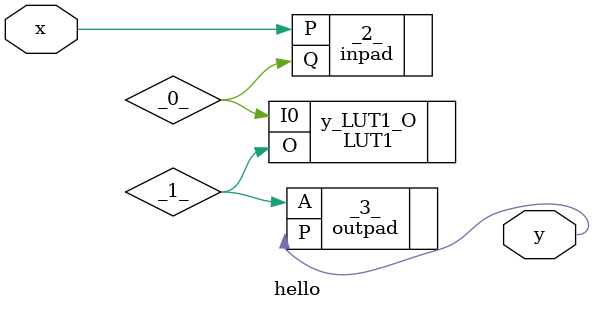
<source format=v>
/* Generated by Yosys 0.9+2406 (git sha1 9ac3484, x86_64-conda_cos6-linux-gnu-gcc 1.24.0.133_b0863d8_dirty -fvisibility-inlines-hidden -fmessage-length=0 -march=nocona -mtune=haswell -ftree-vectorize -fPIC -fstack-protector-strong -fno-plt -O2 -ffunction-sections -fdebug-prefix-map=/root/anaconda3/conda-bld/yosys_1607410735049/work=/usr/local/src/conda/yosys-0.8.0_0003_e80fb742f_20201208_122808 -fdebug-prefix-map=/home/srinivaas/qorc-sdk/fpga_toolchain_install/v1.3.1/conda=/usr/local/src/conda-prefix -fPIC -Os) */

(* top =  1  *)
(* src = "/home/srinivaas/vaman/vaman_exp/not_gate/not_gate.v:1.1-5.10" *)
module hello(y, x);
  wire _0_;
  wire _1_;
  (* src = "/home/srinivaas/vaman/vaman_exp/not_gate/not_gate.v:3.7-3.8" *)
  input x;
  (* src = "/home/srinivaas/vaman/vaman_exp/not_gate/not_gate.v:2.8-2.9" *)
  output y;
  (* keep = 32'd1 *)
  inpad #(
    .IO_LOC("X34Y32"),
    .IO_PAD("40"),
    .IO_TYPE("BIDIR")
  ) _2_ (
    .P(x),
    .Q(_0_)
  );
  (* keep = 32'd1 *)
  outpad #(
    .IO_LOC("X28Y32"),
    .IO_PAD("36"),
    .IO_TYPE("BIDIR")
  ) _3_ (
    .A(_1_),
    .P(y)
  );
  (* module_not_derived = 32'd1 *)
  (* src = "/home/srinivaas/qorc-sdk/fpga_toolchain_install/v1.3.1/conda/bin/../share/yosys/quicklogic/pp3_lut_map.v:28.63-28.99" *)
  LUT1 #(
    .EQN("(I0)"),
    .INIT(1'h1)
  ) y_LUT1_O (
    .I0(_0_),
    .O(_1_)
  );
endmodule

</source>
